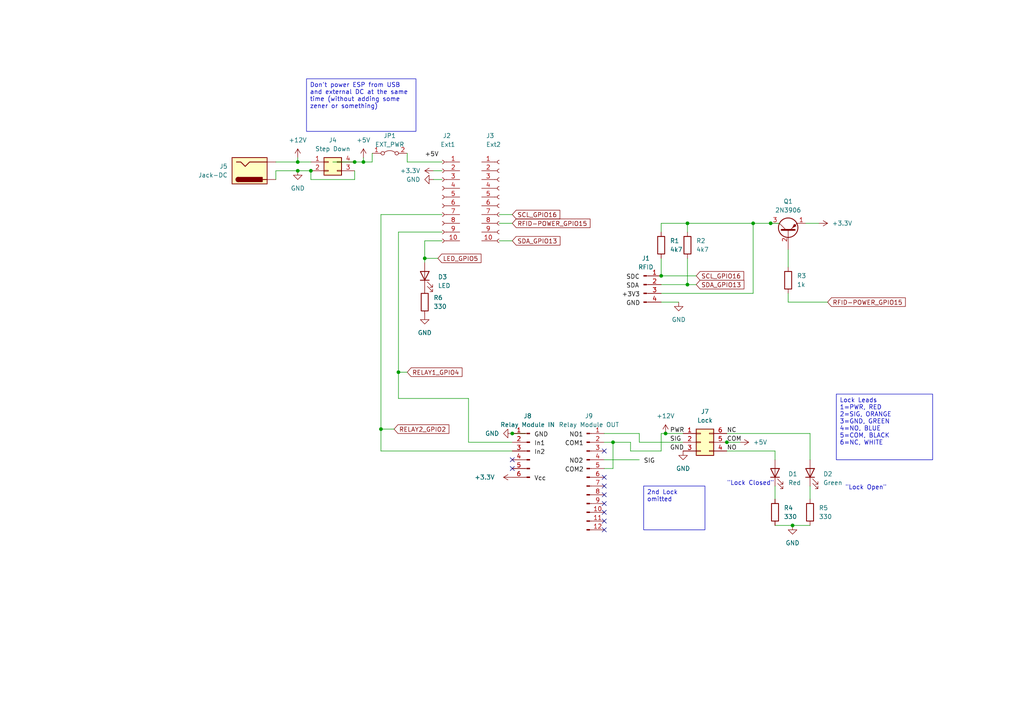
<source format=kicad_sch>
(kicad_sch (version 20230121) (generator eeschema)
  (paper "A4")
  (lib_symbols
    (symbol "Connector:Conn_01x04_Pin" (pin_names (offset 1.016) hide)
      (property "Reference" "J" (at 0 5.08 0))
      (property "Value" "Conn_01x04_Pin" (at 0 -7.62 0))
      (symbol "Conn_01x04_Pin_1_1"
        (polyline (pts (xy 1.27 -5.08) (xy 0.8636 -5.08)) (stroke (width 0.1524)))
        (polyline (pts (xy 1.27 -2.54) (xy 0.8636 -2.54)) (stroke (width 0.1524)))
        (polyline (pts (xy 1.27 0) (xy 0.8636 0)) (stroke (width 0.1524)))
        (polyline (pts (xy 1.27 2.54) (xy 0.8636 2.54)) (stroke (width 0.1524)))
        (rectangle (start 0.8636 -4.953) (end 0 -5.207) (stroke (width 0.1524)) (fill (type outline)))
        (rectangle (start 0.8636 -2.413) (end 0 -2.667) (stroke (width 0.1524)) (fill (type outline)))
        (rectangle (start 0.8636 0.127) (end 0 -0.127) (stroke (width 0.1524)) (fill (type outline)))
        (rectangle (start 0.8636 2.667) (end 0 2.413) (stroke (width 0.1524)) (fill (type outline)))
        (pin passive line (at 5.08 2.54 180) (length 3.81) (name "Pin_1") (number "1"))
        (pin passive line (at 5.08 0 180) (length 3.81) (name "Pin_2") (number "2"))
        (pin passive line (at 5.08 -2.54 180) (length 3.81) (name "Pin_3") (number "3"))
        (pin passive line (at 5.08 -5.08 180) (length 3.81) (name "Pin_4") (number "4"))
      )
    )
    (symbol "Connector:Conn_01x06_Pin" (pin_names (offset 1.016) hide)
      (property "Reference" "J" (at 0 7.62 0))
      (property "Value" "Conn_01x06_Pin" (at 0 -10.16 0))
      (symbol "Conn_01x06_Pin_1_1"
        (polyline (pts (xy 1.27 -7.62) (xy 0.8636 -7.62)) (stroke (width 0.1524)))
        (polyline (pts (xy 1.27 -5.08) (xy 0.8636 -5.08)) (stroke (width 0.1524)))
        (polyline (pts (xy 1.27 -2.54) (xy 0.8636 -2.54)) (stroke (width 0.1524)))
        (polyline (pts (xy 1.27 0) (xy 0.8636 0)) (stroke (width 0.1524)))
        (polyline (pts (xy 1.27 2.54) (xy 0.8636 2.54)) (stroke (width 0.1524)))
        (polyline (pts (xy 1.27 5.08) (xy 0.8636 5.08)) (stroke (width 0.1524)))
        (rectangle (start 0.8636 -7.493) (end 0 -7.747) (stroke (width 0.1524)) (fill (type outline)))
        (rectangle (start 0.8636 -4.953) (end 0 -5.207) (stroke (width 0.1524)) (fill (type outline)))
        (rectangle (start 0.8636 -2.413) (end 0 -2.667) (stroke (width 0.1524)) (fill (type outline)))
        (rectangle (start 0.8636 0.127) (end 0 -0.127) (stroke (width 0.1524)) (fill (type outline)))
        (rectangle (start 0.8636 2.667) (end 0 2.413) (stroke (width 0.1524)) (fill (type outline)))
        (rectangle (start 0.8636 5.207) (end 0 4.953) (stroke (width 0.1524)) (fill (type outline)))
        (pin passive line (at 5.08 5.08 180) (length 3.81) (name "Pin_1") (number "1"))
        (pin passive line (at 5.08 2.54 180) (length 3.81) (name "Pin_2") (number "2"))
        (pin passive line (at 5.08 0 180) (length 3.81) (name "Pin_3") (number "3"))
        (pin passive line (at 5.08 -2.54 180) (length 3.81) (name "Pin_4") (number "4"))
        (pin passive line (at 5.08 -5.08 180) (length 3.81) (name "Pin_5") (number "5"))
        (pin passive line (at 5.08 -7.62 180) (length 3.81) (name "Pin_6") (number "6"))
      )
    )
    (symbol "Connector:Conn_01x10_Socket" (pin_names (offset 1.016) hide)
      (property "Reference" "J" (at 0 12.7 0))
      (property "Value" "Conn_01x10_Socket" (at 0 -15.24 0))
      (symbol "Conn_01x10_Socket_1_1"
        (arc (start 0 -12.192) (mid -0.5058 -12.7) (end 0 -13.208) (stroke (width 0.1524)))
        (arc (start 0 -9.652) (mid -0.5058 -10.16) (end 0 -10.668) (stroke (width 0.1524)))
        (arc (start 0 -7.112) (mid -0.5058 -7.62) (end 0 -8.128) (stroke (width 0.1524)))
        (arc (start 0 -4.572) (mid -0.5058 -5.08) (end 0 -5.588) (stroke (width 0.1524)))
        (arc (start 0 -2.032) (mid -0.5058 -2.54) (end 0 -3.048) (stroke (width 0.1524)))
        (polyline (pts (xy -1.27 -12.7) (xy -0.508 -12.7)) (stroke (width 0.1524)))
        (polyline (pts (xy -1.27 -10.16) (xy -0.508 -10.16)) (stroke (width 0.1524)))
        (polyline (pts (xy -1.27 -7.62) (xy -0.508 -7.62)) (stroke (width 0.1524)))
        (polyline (pts (xy -1.27 -5.08) (xy -0.508 -5.08)) (stroke (width 0.1524)))
        (polyline (pts (xy -1.27 -2.54) (xy -0.508 -2.54)) (stroke (width 0.1524)))
        (polyline (pts (xy -1.27 0) (xy -0.508 0)) (stroke (width 0.1524)))
        (polyline (pts (xy -1.27 2.54) (xy -0.508 2.54)) (stroke (width 0.1524)))
        (polyline (pts (xy -1.27 5.08) (xy -0.508 5.08)) (stroke (width 0.1524)))
        (polyline (pts (xy -1.27 7.62) (xy -0.508 7.62)) (stroke (width 0.1524)))
        (polyline (pts (xy -1.27 10.16) (xy -0.508 10.16)) (stroke (width 0.1524)))
        (arc (start 0 0.508) (mid -0.5058 0) (end 0 -0.508) (stroke (width 0.1524)))
        (arc (start 0 3.048) (mid -0.5058 2.54) (end 0 2.032) (stroke (width 0.1524)))
        (arc (start 0 5.588) (mid -0.5058 5.08) (end 0 4.572) (stroke (width 0.1524)))
        (arc (start 0 8.128) (mid -0.5058 7.62) (end 0 7.112) (stroke (width 0.1524)))
        (arc (start 0 10.668) (mid -0.5058 10.16) (end 0 9.652) (stroke (width 0.1524)))
        (pin passive line (at -5.08 10.16 0) (length 3.81) (name "Pin_1") (number "1"))
        (pin passive line (at -5.08 -12.7 0) (length 3.81) (name "Pin_10") (number "10"))
        (pin passive line (at -5.08 7.62 0) (length 3.81) (name "Pin_2") (number "2"))
        (pin passive line (at -5.08 5.08 0) (length 3.81) (name "Pin_3") (number "3"))
        (pin passive line (at -5.08 2.54 0) (length 3.81) (name "Pin_4") (number "4"))
        (pin passive line (at -5.08 0 0) (length 3.81) (name "Pin_5") (number "5"))
        (pin passive line (at -5.08 -2.54 0) (length 3.81) (name "Pin_6") (number "6"))
        (pin passive line (at -5.08 -5.08 0) (length 3.81) (name "Pin_7") (number "7"))
        (pin passive line (at -5.08 -7.62 0) (length 3.81) (name "Pin_8") (number "8"))
        (pin passive line (at -5.08 -10.16 0) (length 3.81) (name "Pin_9") (number "9"))
      )
    )
    (symbol "Connector:Conn_01x12_Pin" (pin_names (offset 1.016) hide)
      (property "Reference" "J" (at 0 15.24 0))
      (property "Value" "Conn_01x12_Pin" (at 0 -17.78 0))
      (symbol "Conn_01x12_Pin_1_1"
        (polyline (pts (xy 1.27 -15.24) (xy 0.8636 -15.24)) (stroke (width 0.1524)))
        (polyline (pts (xy 1.27 -12.7) (xy 0.8636 -12.7)) (stroke (width 0.1524)))
        (polyline (pts (xy 1.27 -10.16) (xy 0.8636 -10.16)) (stroke (width 0.1524)))
        (polyline (pts (xy 1.27 -7.62) (xy 0.8636 -7.62)) (stroke (width 0.1524)))
        (polyline (pts (xy 1.27 -5.08) (xy 0.8636 -5.08)) (stroke (width 0.1524)))
        (polyline (pts (xy 1.27 -2.54) (xy 0.8636 -2.54)) (stroke (width 0.1524)))
        (polyline (pts (xy 1.27 0) (xy 0.8636 0)) (stroke (width 0.1524)))
        (polyline (pts (xy 1.27 2.54) (xy 0.8636 2.54)) (stroke (width 0.1524)))
        (polyline (pts (xy 1.27 5.08) (xy 0.8636 5.08)) (stroke (width 0.1524)))
        (polyline (pts (xy 1.27 7.62) (xy 0.8636 7.62)) (stroke (width 0.1524)))
        (polyline (pts (xy 1.27 10.16) (xy 0.8636 10.16)) (stroke (width 0.1524)))
        (polyline (pts (xy 1.27 12.7) (xy 0.8636 12.7)) (stroke (width 0.1524)))
        (rectangle (start 0.8636 -15.113) (end 0 -15.367) (stroke (width 0.1524)) (fill (type outline)))
        (rectangle (start 0.8636 -12.573) (end 0 -12.827) (stroke (width 0.1524)) (fill (type outline)))
        (rectangle (start 0.8636 -10.033) (end 0 -10.287) (stroke (width 0.1524)) (fill (type outline)))
        (rectangle (start 0.8636 -7.493) (end 0 -7.747) (stroke (width 0.1524)) (fill (type outline)))
        (rectangle (start 0.8636 -4.953) (end 0 -5.207) (stroke (width 0.1524)) (fill (type outline)))
        (rectangle (start 0.8636 -2.413) (end 0 -2.667) (stroke (width 0.1524)) (fill (type outline)))
        (rectangle (start 0.8636 0.127) (end 0 -0.127) (stroke (width 0.1524)) (fill (type outline)))
        (rectangle (start 0.8636 2.667) (end 0 2.413) (stroke (width 0.1524)) (fill (type outline)))
        (rectangle (start 0.8636 5.207) (end 0 4.953) (stroke (width 0.1524)) (fill (type outline)))
        (rectangle (start 0.8636 7.747) (end 0 7.493) (stroke (width 0.1524)) (fill (type outline)))
        (rectangle (start 0.8636 10.287) (end 0 10.033) (stroke (width 0.1524)) (fill (type outline)))
        (rectangle (start 0.8636 12.827) (end 0 12.573) (stroke (width 0.1524)) (fill (type outline)))
        (pin passive line (at 5.08 12.7 180) (length 3.81) (name "Pin_1") (number "1"))
        (pin passive line (at 5.08 -10.16 180) (length 3.81) (name "Pin_10") (number "10"))
        (pin passive line (at 5.08 -12.7 180) (length 3.81) (name "Pin_11") (number "11"))
        (pin passive line (at 5.08 -15.24 180) (length 3.81) (name "Pin_12") (number "12"))
        (pin passive line (at 5.08 10.16 180) (length 3.81) (name "Pin_2") (number "2"))
        (pin passive line (at 5.08 7.62 180) (length 3.81) (name "Pin_3") (number "3"))
        (pin passive line (at 5.08 5.08 180) (length 3.81) (name "Pin_4") (number "4"))
        (pin passive line (at 5.08 2.54 180) (length 3.81) (name "Pin_5") (number "5"))
        (pin passive line (at 5.08 0 180) (length 3.81) (name "Pin_6") (number "6"))
        (pin passive line (at 5.08 -2.54 180) (length 3.81) (name "Pin_7") (number "7"))
        (pin passive line (at 5.08 -5.08 180) (length 3.81) (name "Pin_8") (number "8"))
        (pin passive line (at 5.08 -7.62 180) (length 3.81) (name "Pin_9") (number "9"))
      )
    )
    (symbol "Connector:Jack-DC" (pin_numbers hide) (pin_names (offset 1.016))
      (property "Reference" "J" (at 0 5.334 0))
      (property "Value" "Jack-DC" (at 0 -5.08 0))
      (symbol "Jack-DC_0_1"
        (rectangle (start -5.08 3.81) (end 5.08 -3.81) (stroke (width 0.254)) (fill (type background)))
        (arc (start -3.302 3.175) (mid -3.9343 2.54) (end -3.302 1.905) (stroke (width 0.254)))
        (arc (start -3.302 3.175) (mid -3.9343 2.54) (end -3.302 1.905) (stroke (width 0.254)) (fill (type outline)))
        (polyline (pts (xy 5.08 2.54) (xy 3.81 2.54)) (stroke (width 0.254)))
        (polyline (pts (xy -3.81 -2.54) (xy -2.54 -2.54) (xy -1.27 -1.27) (xy 0 -2.54) (xy 2.54 -2.54) (xy 5.08 -2.54)) (stroke (width 0.254)))
        (rectangle (start 3.683 3.175) (end -3.302 1.905) (stroke (width 0.254)) (fill (type outline)))
      )
      (symbol "Jack-DC_1_1"
        (pin passive line (at 7.62 2.54 180) (length 2.54) (name "~") (number "1"))
        (pin passive line (at 7.62 -2.54 180) (length 2.54) (name "~") (number "2"))
      )
    )
    (symbol "Connector_Generic:Conn_02x02_Counter_Clockwise" (pin_names (offset 1.016) hide)
      (property "Reference" "J" (at 1.27 2.54 0))
      (property "Value" "Conn_02x02_Counter_Clockwise" (at 1.27 -5.08 0))
      (symbol "Conn_02x02_Counter_Clockwise_1_1"
        (rectangle (start -1.27 -2.413) (end 0 -2.667) (stroke (width 0.1524)))
        (rectangle (start -1.27 0.127) (end 0 -0.127) (stroke (width 0.1524)))
        (rectangle (start -1.27 1.27) (end 3.81 -3.81) (stroke (width 0.254)) (fill (type background)))
        (rectangle (start 3.81 -2.413) (end 2.54 -2.667) (stroke (width 0.1524)))
        (rectangle (start 3.81 0.127) (end 2.54 -0.127) (stroke (width 0.1524)))
        (pin passive line (at -5.08 0 0) (length 3.81) (name "Pin_1") (number "1"))
        (pin passive line (at -5.08 -2.54 0) (length 3.81) (name "Pin_2") (number "2"))
        (pin passive line (at 7.62 -2.54 180) (length 3.81) (name "Pin_3") (number "3"))
        (pin passive line (at 7.62 0 180) (length 3.81) (name "Pin_4") (number "4"))
      )
    )
    (symbol "Connector_Generic:Conn_02x03_Counter_Clockwise" (pin_names (offset 1.016) hide)
      (property "Reference" "J" (at 1.27 5.08 0))
      (property "Value" "Conn_02x03_Counter_Clockwise" (at 1.27 -5.08 0))
      (symbol "Conn_02x03_Counter_Clockwise_1_1"
        (rectangle (start -1.27 -2.413) (end 0 -2.667) (stroke (width 0.1524)))
        (rectangle (start -1.27 0.127) (end 0 -0.127) (stroke (width 0.1524)))
        (rectangle (start -1.27 2.667) (end 0 2.413) (stroke (width 0.1524)))
        (rectangle (start -1.27 3.81) (end 3.81 -3.81) (stroke (width 0.254)) (fill (type background)))
        (rectangle (start 3.81 -2.413) (end 2.54 -2.667) (stroke (width 0.1524)))
        (rectangle (start 3.81 0.127) (end 2.54 -0.127) (stroke (width 0.1524)))
        (rectangle (start 3.81 2.667) (end 2.54 2.413) (stroke (width 0.1524)))
        (pin passive line (at -5.08 2.54 0) (length 3.81) (name "Pin_1") (number "1"))
        (pin passive line (at -5.08 0 0) (length 3.81) (name "Pin_2") (number "2"))
        (pin passive line (at -5.08 -2.54 0) (length 3.81) (name "Pin_3") (number "3"))
        (pin passive line (at 7.62 -2.54 180) (length 3.81) (name "Pin_4") (number "4"))
        (pin passive line (at 7.62 0 180) (length 3.81) (name "Pin_5") (number "5"))
        (pin passive line (at 7.62 2.54 180) (length 3.81) (name "Pin_6") (number "6"))
      )
    )
    (symbol "Device:LED" (pin_numbers hide) (pin_names (offset 1.016) hide)
      (property "Reference" "D" (at 0 2.54 0))
      (property "Value" "LED" (at 0 -2.54 0))
      (symbol "LED_0_1"
        (polyline (pts (xy -1.27 -1.27) (xy -1.27 1.27)) (stroke (width 0.254)))
        (polyline (pts (xy -1.27 0) (xy 1.27 0)))
        (polyline (pts (xy 1.27 -1.27) (xy 1.27 1.27) (xy -1.27 0) (xy 1.27 -1.27)) (stroke (width 0.254)))
        (polyline (pts (xy -3.048 -0.762) (xy -4.572 -2.286) (xy -3.81 -2.286) (xy -4.572 -2.286) (xy -4.572 -1.524)))
        (polyline (pts (xy -1.778 -0.762) (xy -3.302 -2.286) (xy -2.54 -2.286) (xy -3.302 -2.286) (xy -3.302 -1.524)))
      )
      (symbol "LED_1_1"
        (pin passive line (at -3.81 0 0) (length 2.54) (name "K") (number "1"))
        (pin passive line (at 3.81 0 180) (length 2.54) (name "A") (number "2"))
      )
    )
    (symbol "Device:R" (pin_numbers hide) (pin_names (offset 0))
      (property "Reference" "R" (at 2.032 0 90))
      (property "Value" "R" (at 0 0 90))
      (symbol "R_0_1"
        (rectangle (start -1.016 -2.54) (end 1.016 2.54) (stroke (width 0.254)))
      )
      (symbol "R_1_1"
        (pin passive line (at 0 3.81 270) (length 1.27) (name "~") (number "1"))
        (pin passive line (at 0 -3.81 90) (length 1.27) (name "~") (number "2"))
      )
    )
    (symbol "Jumper:Jumper_2_Bridged" (pin_names (offset 0) hide)
      (property "Reference" "JP" (at 0 1.905 0))
      (property "Value" "Jumper_2_Bridged" (at 0 -2.54 0))
      (symbol "Jumper_2_Bridged_0_0"
        (circle (center -2.032 0) (radius 0.508))
        (circle (center 2.032 0) (radius 0.508))
      )
      (symbol "Jumper_2_Bridged_0_1"
        (arc (start 1.524 0.254) (mid 0 0.762) (end -1.524 0.254))
      )
      (symbol "Jumper_2_Bridged_1_1"
        (pin passive line (at -5.08 0 0) (length 2.54) (name "A") (number "1"))
        (pin passive line (at 5.08 0 180) (length 2.54) (name "B") (number "2"))
      )
    )
    (symbol "Transistor_BJT:2N3906" (pin_names (offset 0) hide)
      (property "Reference" "Q" (at 5.08 1.905 0))
      (property "Value" "2N3906" (at 5.08 0 0))
      (symbol "2N3906_0_1"
        (polyline (pts (xy 0.635 0.635) (xy 2.54 2.54)))
        (polyline (pts (xy 0.635 -0.635) (xy 2.54 -2.54) (xy 2.54 -2.54)))
        (polyline (pts (xy 0.635 1.905) (xy 0.635 -1.905) (xy 0.635 -1.905)) (stroke (width 0.508)))
        (polyline (pts (xy 2.286 -1.778) (xy 1.778 -2.286) (xy 1.27 -1.27) (xy 2.286 -1.778) (xy 2.286 -1.778)) (fill (type outline)))
        (circle (center 1.27 0) (radius 2.8194) (stroke (width 0.254)))
      )
      (symbol "2N3906_1_1"
        (pin passive line (at 2.54 -5.08 90) (length 2.54) (name "E") (number "1"))
        (pin input line (at -5.08 0 0) (length 5.715) (name "B") (number "2"))
        (pin passive line (at 2.54 5.08 270) (length 2.54) (name "C") (number "3"))
      )
    )
    (symbol "power:+12V" (power) (pin_names (offset 0))
      (property "Value" "+12V" (at 0 3.556 0))
      (symbol "+12V_0_1"
        (polyline (pts (xy -0.762 1.27) (xy 0 2.54)))
        (polyline (pts (xy 0 0) (xy 0 2.54)))
        (polyline (pts (xy 0 2.54) (xy 0.762 1.27)))
      )
      (symbol "+12V_1_1"
        (pin power_in line (at 0 0 90) (length 0) hide (name "+12V") (number "1"))
      )
    )
    (symbol "power:+3.3V" (power) (pin_names (offset 0))
      (property "Value" "+3.3V" (at 0 3.556 0))
      (symbol "+3.3V_0_1"
        (polyline (pts (xy -0.762 1.27) (xy 0 2.54)))
        (polyline (pts (xy 0 0) (xy 0 2.54)))
        (polyline (pts (xy 0 2.54) (xy 0.762 1.27)))
      )
      (symbol "+3.3V_1_1"
        (pin power_in line (at 0 0 90) (length 0) hide (name "+3.3V") (number "1"))
      )
    )
    (symbol "power:+5V" (power) (pin_names (offset 0))
      (property "Value" "+5V" (at 0 3.556 0))
      (symbol "+5V_0_1"
        (polyline (pts (xy -0.762 1.27) (xy 0 2.54)))
        (polyline (pts (xy 0 0) (xy 0 2.54)))
        (polyline (pts (xy 0 2.54) (xy 0.762 1.27)))
      )
      (symbol "+5V_1_1"
        (pin power_in line (at 0 0 90) (length 0) hide (name "+5V") (number "1"))
      )
    )
    (symbol "power:GND" (power) (pin_names (offset 0))
      (property "Value" "GND" (at 0 -3.81 0))
      (symbol "GND_0_1"
        (polyline (pts (xy 0 0) (xy 0 -1.27) (xy 1.27 -1.27) (xy 0 -2.54) (xy -1.27 -1.27) (xy 0 -1.27)))
      )
      (symbol "GND_1_1"
        (pin power_in line (at 0 0 270) (length 0) hide (name "GND") (number "1"))
      )
    )
  )
  (junction (at 229.87 152.4))
  (junction (at 123.19 74.93))
  (junction (at 86.36 46.99))
  (junction (at 177.8 128.27))
  (junction (at 193.04 125.73))
  (junction (at 210.82 128.27))
  (junction (at 86.36 49.53))
  (junction (at 223.52 64.77))
  (junction (at 105.41 46.99))
  (junction (at 199.39 64.77))
  (junction (at 199.39 82.55))
  (junction (at 218.44 64.77))
  (junction (at 191.77 80.01))
  (junction (at 148.59 125.73))
  (junction (at 102.87 46.99))
  (junction (at 115.57 107.95))
  (junction (at 110.49 124.46))
  (junction (at 90.17 49.53))
  (no_connect (at 175.26 140.97))
  (no_connect (at 175.26 138.43))
  (no_connect (at 175.26 148.59))
  (no_connect (at 175.26 143.51))
  (no_connect (at 175.26 146.05))
  (no_connect (at 175.26 153.67))
  (no_connect (at 148.59 133.35))
  (no_connect (at 148.59 135.89))
  (no_connect (at 175.26 151.13))
  (no_connect (at 175.26 130.81))
  (wire (pts (xy 105.41 46.99) (xy 107.95 46.99)))
  (wire (pts (xy 135.89 128.27) (xy 148.59 128.27)))
  (wire (pts (xy 107.95 44.45) (xy 107.95 46.99)))
  (wire (pts (xy 191.77 74.93) (xy 191.77 80.01)))
  (wire (pts (xy 128.27 67.31) (xy 115.57 67.31)))
  (wire (pts (xy 210.82 125.73) (xy 234.95 125.73)))
  (wire (pts (xy 86.36 46.99) (xy 90.17 46.99)))
  (wire (pts (xy 191.77 85.09) (xy 218.44 85.09)))
  (wire (pts (xy 191.77 67.31) (xy 191.77 64.77)))
  (wire (pts (xy 123.19 69.85) (xy 128.27 69.85)))
  (wire (pts (xy 210.82 128.27) (xy 214.63 128.27)))
  (wire (pts (xy 115.57 115.57) (xy 135.89 115.57)))
  (wire (pts (xy 110.49 124.46) (xy 114.3 124.46)))
  (wire (pts (xy 228.6 85.09) (xy 228.6 87.63)))
  (wire (pts (xy 207.01 128.27) (xy 210.82 128.27)))
  (wire (pts (xy 175.26 133.35) (xy 185.42 133.35)))
  (wire (pts (xy 201.93 80.01) (xy 191.77 80.01)))
  (wire (pts (xy 193.04 125.73) (xy 198.12 125.73)))
  (wire (pts (xy 148.59 125.73) (xy 152.4 125.73)))
  (wire (pts (xy 115.57 107.95) (xy 115.57 115.57)))
  (wire (pts (xy 185.42 125.73) (xy 185.42 128.27)))
  (wire (pts (xy 175.26 125.73) (xy 185.42 125.73)))
  (wire (pts (xy 80.01 46.99) (xy 86.36 46.99)))
  (wire (pts (xy 218.44 64.77) (xy 223.52 64.77)))
  (wire (pts (xy 224.79 130.81) (xy 224.79 133.35)))
  (wire (pts (xy 218.44 64.77) (xy 218.44 85.09)))
  (wire (pts (xy 210.82 130.81) (xy 224.79 130.81)))
  (wire (pts (xy 144.78 69.85) (xy 148.59 69.85)))
  (wire (pts (xy 191.77 82.55) (xy 199.39 82.55)))
  (wire (pts (xy 110.49 130.81) (xy 148.59 130.81)))
  (wire (pts (xy 199.39 64.77) (xy 218.44 64.77)))
  (wire (pts (xy 224.79 152.4) (xy 229.87 152.4)))
  (wire (pts (xy 234.95 140.97) (xy 234.95 144.78)))
  (wire (pts (xy 96.52 46.99) (xy 102.87 46.99)))
  (wire (pts (xy 177.8 128.27) (xy 182.88 128.27)))
  (wire (pts (xy 102.87 46.99) (xy 105.41 46.99)))
  (wire (pts (xy 125.73 52.07) (xy 128.27 52.07)))
  (wire (pts (xy 223.52 64.77) (xy 226.06 64.77)))
  (wire (pts (xy 234.95 125.73) (xy 234.95 133.35)))
  (wire (pts (xy 118.11 46.99) (xy 128.27 46.99)))
  (wire (pts (xy 144.78 64.77) (xy 148.59 64.77)))
  (wire (pts (xy 118.11 44.45) (xy 118.11 46.99)))
  (wire (pts (xy 123.19 74.93) (xy 127 74.93)))
  (wire (pts (xy 199.39 64.77) (xy 199.39 67.31)))
  (wire (pts (xy 110.49 62.23) (xy 110.49 124.46)))
  (wire (pts (xy 80.01 52.07) (xy 80.01 49.53)))
  (wire (pts (xy 224.79 140.97) (xy 224.79 144.78)))
  (wire (pts (xy 123.19 76.2) (xy 123.19 74.93)))
  (wire (pts (xy 110.49 124.46) (xy 110.49 130.81)))
  (wire (pts (xy 86.36 49.53) (xy 90.17 49.53)))
  (wire (pts (xy 233.68 64.77) (xy 237.49 64.77)))
  (wire (pts (xy 229.87 152.4) (xy 234.95 152.4)))
  (wire (pts (xy 191.77 125.73) (xy 193.04 125.73)))
  (wire (pts (xy 144.78 62.23) (xy 148.59 62.23)))
  (wire (pts (xy 191.77 64.77) (xy 199.39 64.77)))
  (wire (pts (xy 105.41 45.72) (xy 105.41 46.99)))
  (wire (pts (xy 228.6 72.39) (xy 228.6 77.47)))
  (wire (pts (xy 115.57 67.31) (xy 115.57 107.95)))
  (wire (pts (xy 86.36 45.72) (xy 86.36 46.99)))
  (wire (pts (xy 128.27 62.23) (xy 110.49 62.23)))
  (wire (pts (xy 199.39 82.55) (xy 201.93 82.55)))
  (wire (pts (xy 191.77 130.81) (xy 191.77 125.73)))
  (wire (pts (xy 80.01 49.53) (xy 86.36 49.53)))
  (wire (pts (xy 123.19 74.93) (xy 123.19 69.85)))
  (wire (pts (xy 135.89 115.57) (xy 135.89 128.27)))
  (wire (pts (xy 125.73 49.53) (xy 128.27 49.53)))
  (wire (pts (xy 182.88 130.81) (xy 191.77 130.81)))
  (wire (pts (xy 177.8 128.27) (xy 177.8 135.89)))
  (wire (pts (xy 102.87 49.53) (xy 102.87 52.07)))
  (wire (pts (xy 185.42 128.27) (xy 198.12 128.27)))
  (wire (pts (xy 199.39 74.93) (xy 199.39 82.55)))
  (wire (pts (xy 182.88 128.27) (xy 182.88 130.81)))
  (wire (pts (xy 115.57 107.95) (xy 118.11 107.95)))
  (wire (pts (xy 90.17 52.07) (xy 102.87 52.07)))
  (wire (pts (xy 228.6 87.63) (xy 240.03 87.63)))
  (wire (pts (xy 191.77 87.63) (xy 196.85 87.63)))
  (wire (pts (xy 90.17 49.53) (xy 90.17 52.07)))
  (wire (pts (xy 175.26 135.89) (xy 177.8 135.89)))
  (wire (pts (xy 175.26 128.27) (xy 177.8 128.27)))
  (text_box "Lock Leads \n1=PWR, RED\n2=SIG, ORANGE\n3=GND, GREEN\n4=NO, BLUE\n5=COM, BLACK\n6=NC, WHITE" (at 242.57 114.3 0) (size 27.94 19.05) (effects (font (size 1.27 1.27)) (justify left top)))
  (text_box "Don't power ESP from USB and external DC at the same time (without adding some zener or something)\n\n" (at 88.9 22.86 0) (size 31.75 15.24) (effects (font (size 1.27 1.27)) (justify left top)))
  (text_box "2nd Lock omitted" (at 186.69 140.97 0) (size 17.78 12.7) (effects (font (size 1.27 1.27)) (justify left top)))
  (text "\"Lock Closed\"" (at 210.82 140.97 0) (effects (font (size 1.27 1.27)) (justify left bottom)))
  (text "\"Lock Open\"" (at 245.11 142.24 0) (effects (font (size 1.27 1.27)) (justify left bottom)))
  (label "In1" (at 154.94 129.54 0))
  (label "Vcc" (at 154.94 139.7 0))
  (label "NO1" (at 165.1 127 0))
  (label "COM" (at 210.82 128.27 0))
  (label "NO2" (at 165.1 134.62 0))
  (label "PWR" (at 194.31 125.73 0))
  (label "COM2" (at 163.83 137.16 0))
  (label "SDC" (at 181.61 81.28 0))
  (label "COM1" (at 163.83 129.54 0))
  (label "+5V" (at 123.19 45.72 0))
  (label "SDA" (at 181.61 83.82 0))
  (label "NO" (at 210.82 130.81 0))
  (label "NC" (at 210.82 125.73 0))
  (label "SIG" (at 194.31 128.27 0))
  (label "+3V3" (at 180.34 86.36 0))
  (label "SIG" (at 186.69 134.62 0))
  (label "GND" (at 181.61 88.9 0))
  (label "GND" (at 194.31 130.81 0))
  (label "In2" (at 154.94 132.08 0))
  (label "GND" (at 154.94 127 0))
  (global_label "SCL_GPIO16" (shape input) (at 148.59 62.23 0) (property "Intersheetrefs" "${INTERSHEET_REFS}" (effects hide)))
  (global_label "SDA_GPIO13" (shape input) (at 148.59 69.85 0) (property "Intersheetrefs" "${INTERSHEET_REFS}" (effects hide)))
  (global_label "RFID-POWER_GPIO15" (shape input) (at 148.59 64.77 0) (property "Intersheetrefs" "${INTERSHEET_REFS}" (effects hide)))
  (global_label "LED_GPIO5" (shape input) (at 127 74.93 0) (property "Intersheetrefs" "${INTERSHEET_REFS}" (effects hide)))
  (global_label "RFID-POWER_GPIO15" (shape input) (at 240.03 87.63 0) (property "Intersheetrefs" "${INTERSHEET_REFS}" (effects hide)))
  (global_label "RELAY2_GPIO2" (shape input) (at 114.3 124.46 0) (property "Intersheetrefs" "${INTERSHEET_REFS}" (effects hide)))
  (global_label "SDA_GPIO13" (shape input) (at 201.93 82.55 0) (property "Intersheetrefs" "${INTERSHEET_REFS}" (effects hide)))
  (global_label "RELAY1_GPIO4" (shape input) (at 118.11 107.95 0) (property "Intersheetrefs" "${INTERSHEET_REFS}" (effects hide)))
  (global_label "SCL_GPIO16" (shape input) (at 201.93 80.01 0) (property "Intersheetrefs" "${INTERSHEET_REFS}" (effects hide)))
  (symbol (lib_id "Transistor_BJT:2N3906") (at 228.6 67.31 90) (unit 1)
    (property "Reference" "Q1" (at 228.6 58.42 90))
    (property "Value" "2N3906" (at 228.6 60.96 90))
    (property "Footprint" "Package_TO_SOT_THT:TO-92_Inline" (effects hide))
    (property "Datasheet" "https://www.onsemi.com/pub/Collateral/2N3906-D.PDF" (effects hide))
  )
  (symbol (lib_id "power:+12V") (at 86.36 45.72 0) (unit 1)
    (property "Reference" "#PWR09" (effects hide))
    (property "Value" "+12V" (at 86.36 40.64 0))
  )
  (symbol (lib_id "Device:R") (at 228.6 81.28 0) (unit 1)
    (property "Reference" "R3" (at 231.14 80.01 0) (effects (justify left)))
    (property "Value" "1k" (at 231.14 82.55 0) (effects (justify left)))
  )
  (symbol (lib_id "Connector:Conn_01x06_Pin") (at 153.67 130.81 0) (mirror y) (unit 1)
    (property "Reference" "J8" (at 153.035 120.65 0))
    (property "Value" "Relay Module IN" (at 153.035 123.19 0))
  )
  (symbol (lib_id "power:+3.3V") (at 237.49 64.77 270) (unit 1)
    (property "Reference" "#PWR05" (effects hide))
    (property "Value" "+3.3V" (at 241.3 64.77 90) (effects (justify left)))
  )
  (symbol (lib_id "Device:R") (at 199.39 71.12 0) (unit 1)
    (property "Reference" "R2" (at 201.93 69.85 0) (effects (justify left)))
    (property "Value" "4k7" (at 201.93 72.39 0) (effects (justify left)))
  )
  (symbol (lib_id "Device:LED") (at 234.95 137.16 90) (unit 1)
    (property "Reference" "D2" (at 238.76 137.4775 90) (effects (justify right)))
    (property "Value" "Green" (at 238.76 140.0175 90) (effects (justify right)))
  )
  (symbol (lib_id "power:GND") (at 229.87 152.4 0) (unit 1)
    (property "Reference" "#PWR013" (effects hide))
    (property "Value" "GND" (at 229.87 157.48 0))
  )
  (symbol (lib_id "power:GND") (at 196.85 87.63 0) (unit 1)
    (property "Reference" "#PWR01" (effects hide))
    (property "Value" "GND" (at 196.85 92.71 0))
  )
  (symbol (lib_id "Device:LED") (at 224.79 137.16 90) (unit 1)
    (property "Reference" "D1" (at 228.6 137.4775 90) (effects (justify right)))
    (property "Value" "Red" (at 228.6 140.0175 90) (effects (justify right)))
  )
  (symbol (lib_id "power:GND") (at 123.19 91.44 0) (unit 1)
    (property "Reference" "#PWR015" (effects hide))
    (property "Value" "GND" (at 123.19 96.52 0))
  )
  (symbol (lib_id "power:+3.3V") (at 125.73 49.53 90) (unit 1)
    (property "Reference" "#PWR02" (effects hide))
    (property "Value" "+3.3V" (at 121.92 49.53 90) (effects (justify left)))
  )
  (symbol (lib_id "power:GND") (at 198.12 130.81 0) (unit 1)
    (property "Reference" "#PWR012" (effects hide))
    (property "Value" "GND" (at 198.12 135.89 0))
  )
  (symbol (lib_id "Connector:Conn_01x04_Pin") (at 186.69 82.55 0) (unit 1)
    (property "Reference" "J1" (at 187.325 74.93 0))
    (property "Value" "RFID" (at 187.325 77.47 0))
  )
  (symbol (lib_id "power:GND") (at 148.59 125.73 270) (unit 1)
    (property "Reference" "#PWR010" (effects hide))
    (property "Value" "GND" (at 144.78 125.73 90) (effects (justify right)))
  )
  (symbol (lib_id "power:GND") (at 125.73 52.07 270) (unit 1)
    (property "Reference" "#PWR04" (effects hide))
    (property "Value" "GND" (at 121.92 52.07 90) (effects (justify right)))
  )
  (symbol (lib_id "power:+5V") (at 105.41 45.72 0) (unit 1)
    (property "Reference" "#PWR08" (effects hide))
    (property "Value" "+5V" (at 105.41 40.64 0))
  )
  (symbol (lib_id "power:+3.3V") (at 148.59 138.43 90) (unit 1)
    (property "Reference" "#PWR06" (effects hide))
    (property "Value" "+3.3V" (at 143.51 138.43 90) (effects (justify left)))
  )
  (symbol (lib_id "power:+5V") (at 214.63 128.27 270) (unit 1)
    (property "Reference" "#PWR014" (effects hide))
    (property "Value" "+5V" (at 218.44 128.27 90) (effects (justify left)))
  )
  (symbol (lib_id "Device:R") (at 123.19 87.63 0) (unit 1)
    (property "Reference" "R6" (at 125.73 86.36 0) (effects (justify left)))
    (property "Value" "330" (at 125.73 88.9 0) (effects (justify left)))
  )
  (symbol (lib_id "Connector:Conn_01x12_Pin") (at 170.18 138.43 0) (unit 1)
    (property "Reference" "J9" (at 170.815 120.65 0))
    (property "Value" "Relay Module OUT" (at 170.815 123.19 0))
  )
  (symbol (lib_id "Jumper:Jumper_2_Bridged") (at 113.03 44.45 0) (unit 1)
    (property "Reference" "JP1" (at 113.03 39.37 0))
    (property "Value" "EXT_PWR" (at 113.03 41.91 0))
  )
  (symbol (lib_id "Device:R") (at 191.77 71.12 0) (unit 1)
    (property "Reference" "R1" (at 194.31 69.85 0) (effects (justify left)))
    (property "Value" "4k7" (at 194.31 72.39 0) (effects (justify left)))
  )
  (symbol (lib_id "Connector_Generic:Conn_02x02_Counter_Clockwise") (at 95.25 46.99 0) (unit 1)
    (property "Reference" "J4" (at 96.52 40.64 0))
    (property "Value" "Step Down" (at 96.52 43.18 0))
  )
  (symbol (lib_id "Device:R") (at 224.79 148.59 0) (unit 1)
    (property "Reference" "R4" (at 227.33 147.32 0) (effects (justify left)))
    (property "Value" "330" (at 227.33 149.86 0) (effects (justify left)))
  )
  (symbol (lib_id "Connector_Generic:Conn_02x03_Counter_Clockwise") (at 203.2 128.27 0) (unit 1)
    (property "Reference" "J7" (at 204.47 119.38 0))
    (property "Value" "Lock" (at 204.47 121.92 0))
  )
  (symbol (lib_id "power:GND") (at 86.36 49.53 0) (unit 1)
    (property "Reference" "#PWR07" (effects hide))
    (property "Value" "GND" (at 86.36 54.61 0))
  )
  (symbol (lib_id "Device:LED") (at 123.19 80.01 90) (unit 1)
    (property "Reference" "D3" (at 127 80.3275 90) (effects (justify right)))
    (property "Value" "LED" (at 127 82.8675 90) (effects (justify right)))
  )
  (symbol (lib_id "power:+12V") (at 193.04 125.73 0) (unit 1)
    (property "Reference" "#PWR011" (effects hide))
    (property "Value" "+12V" (at 193.04 120.65 0))
  )
  (symbol (lib_id "Device:R") (at 234.95 148.59 0) (unit 1)
    (property "Reference" "R5" (at 237.49 147.32 0) (effects (justify left)))
    (property "Value" "330" (at 237.49 149.86 0) (effects (justify left)))
  )
  (symbol (lib_id "Connector:Conn_01x10_Socket") (at 128.27 57.15 0) (mirror y) (unit 1)
    (property "Reference" "J2" (at 130.81 39.37 0) (effects (justify left)))
    (property "Value" "Ext1" (at 132.08 41.91 0) (effects (justify left)))
  )
  (symbol (lib_id "Connector:Jack-DC") (at 72.39 49.53 0) (mirror x) (unit 1)
    (property "Reference" "J5" (at 66.04 48.26 0) (effects (justify right)))
    (property "Value" "Jack-DC" (at 66.04 50.8 0) (effects (justify right)))
  )
  (symbol (lib_id "Connector:Conn_01x10_Socket") (at 144.78 57.15 0) (unit 1)
    (property "Reference" "J3" (at 140.97 39.37 0) (effects (justify left)))
    (property "Value" "Ext2" (at 140.97 41.91 0) (effects (justify left)))
  )
)
</source>
